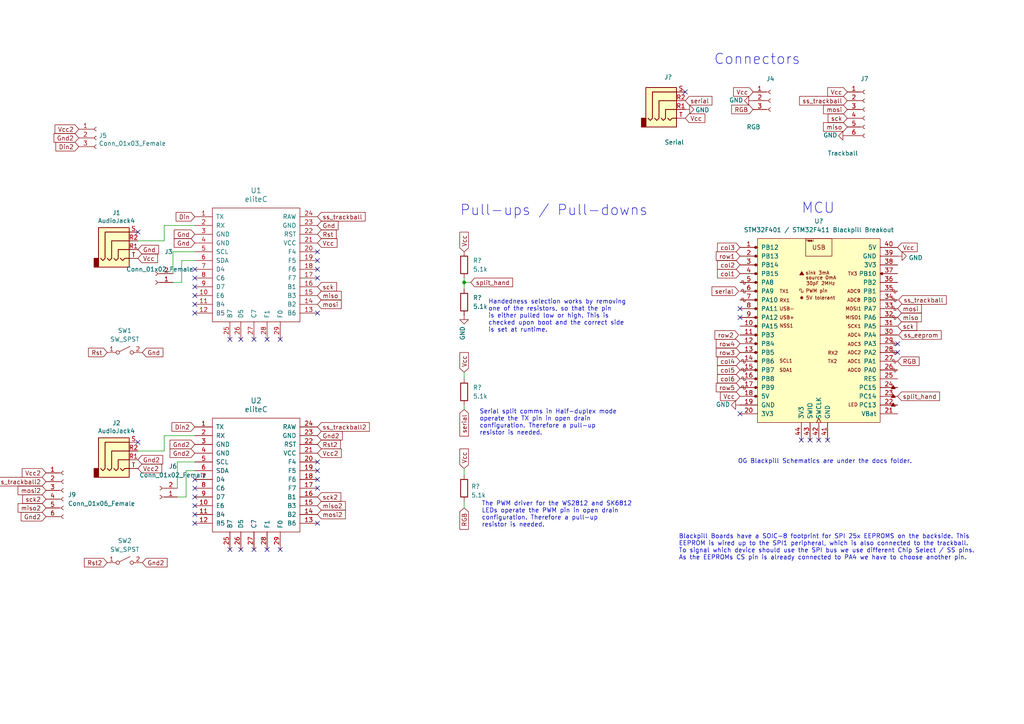
<source format=kicad_sch>
(kicad_sch (version 20210621) (generator eeschema)
  (paper "A4")
  (lib_symbols
    (symbol "Connector:AudioJack4"
      (property "Reference" "J" (at 0 8.89 0))
      (property "Value" "AudioJack4" (at 0 6.35 0))
      (symbol "AudioJack4_0_1"
        (rectangle (start -6.35 -5.08) (end -7.62 -7.62) (stroke (width 0.254)) (fill (type outline)))
        (polyline (pts (xy 0 -5.08) (xy 0.635 -5.715) (xy 1.27 -5.08) (xy 2.54 -5.08)) (stroke (width 0.254)))
        (polyline (pts (xy -5.715 -5.08) (xy -5.08 -5.715) (xy -4.445 -5.08) (xy -4.445 2.54) (xy 2.54 2.54)) (stroke (width 0.254)))
        (polyline (pts (xy -1.905 -5.08) (xy -1.27 -5.715) (xy -0.635 -5.08) (xy -0.635 -2.54) (xy 2.54 -2.54)) (stroke (width 0.254)))
        (polyline (pts (xy 2.54 0) (xy -2.54 0) (xy -2.54 -5.08) (xy -3.175 -5.715) (xy -3.81 -5.08)) (stroke (width 0.254)))
        (rectangle (start 2.54 3.81) (end -6.35 -7.62) (stroke (width 0.254)) (fill (type background)))
      )
      (symbol "AudioJack4_1_1"
        (pin passive line (at 5.08 -2.54 180) (length 2.54) (name "~") (number "R1"))
        (pin passive line (at 5.08 0 180) (length 2.54) (name "~") (number "R2"))
        (pin passive line (at 5.08 2.54 180) (length 2.54) (name "~") (number "S"))
        (pin passive line (at 5.08 -5.08 180) (length 2.54) (name "~") (number "T"))
      )
    )
    (symbol "Connector:Conn_01x02_Female" (pin_names (offset 1.016) hide)
      (property "Reference" "J" (at 0 2.54 0))
      (property "Value" "Conn_01x02_Female" (at 0 -5.08 0))
      (symbol "Conn_01x02_Female_1_1"
        (arc (start 0 -2.032) (mid -0.508 -2.54) (end 0 -3.048) (stroke (width 0.1524)))
        (polyline (pts (xy -1.27 -2.54) (xy -0.508 -2.54)) (stroke (width 0.1524)))
        (polyline (pts (xy -1.27 0) (xy -0.508 0)) (stroke (width 0.1524)))
        (arc (start 0 0.508) (mid -0.508 0) (end 0 -0.508) (stroke (width 0.1524)))
        (pin passive line (at -5.08 0 0) (length 3.81) (name "Pin_1") (number "1"))
        (pin passive line (at -5.08 -2.54 0) (length 3.81) (name "Pin_2") (number "2"))
      )
    )
    (symbol "Connector:Conn_01x03_Female" (pin_names (offset 1.016) hide)
      (property "Reference" "J" (at 0 5.08 0))
      (property "Value" "Conn_01x03_Female" (at 0 -5.08 0))
      (symbol "Conn_01x03_Female_1_1"
        (arc (start 0 -2.032) (mid -0.508 -2.54) (end 0 -3.048) (stroke (width 0.1524)))
        (polyline (pts (xy -1.27 -2.54) (xy -0.508 -2.54)) (stroke (width 0.1524)))
        (polyline (pts (xy -1.27 0) (xy -0.508 0)) (stroke (width 0.1524)))
        (polyline (pts (xy -1.27 2.54) (xy -0.508 2.54)) (stroke (width 0.1524)))
        (arc (start 0 0.508) (mid -0.508 0) (end 0 -0.508) (stroke (width 0.1524)))
        (arc (start 0 3.048) (mid -0.508 2.54) (end 0 2.032) (stroke (width 0.1524)))
        (pin passive line (at -5.08 2.54 0) (length 3.81) (name "Pin_1") (number "1"))
        (pin passive line (at -5.08 0 0) (length 3.81) (name "Pin_2") (number "2"))
        (pin passive line (at -5.08 -2.54 0) (length 3.81) (name "Pin_3") (number "3"))
      )
    )
    (symbol "Connector:Conn_01x06_Female" (pin_names (offset 1.016) hide)
      (property "Reference" "J" (at 0 7.62 0))
      (property "Value" "Conn_01x06_Female" (at 0 -10.16 0))
      (symbol "Conn_01x06_Female_1_1"
        (arc (start 0 -7.112) (mid -0.508 -7.62) (end 0 -8.128) (stroke (width 0.1524)))
        (arc (start 0 -4.572) (mid -0.508 -5.08) (end 0 -5.588) (stroke (width 0.1524)))
        (arc (start 0 -2.032) (mid -0.508 -2.54) (end 0 -3.048) (stroke (width 0.1524)))
        (polyline (pts (xy -1.27 -7.62) (xy -0.508 -7.62)) (stroke (width 0.1524)))
        (polyline (pts (xy -1.27 -5.08) (xy -0.508 -5.08)) (stroke (width 0.1524)))
        (polyline (pts (xy -1.27 -2.54) (xy -0.508 -2.54)) (stroke (width 0.1524)))
        (polyline (pts (xy -1.27 0) (xy -0.508 0)) (stroke (width 0.1524)))
        (polyline (pts (xy -1.27 2.54) (xy -0.508 2.54)) (stroke (width 0.1524)))
        (polyline (pts (xy -1.27 5.08) (xy -0.508 5.08)) (stroke (width 0.1524)))
        (arc (start 0 0.508) (mid -0.508 0) (end 0 -0.508) (stroke (width 0.1524)))
        (arc (start 0 3.048) (mid -0.508 2.54) (end 0 2.032) (stroke (width 0.1524)))
        (arc (start 0 5.588) (mid -0.508 5.08) (end 0 4.572) (stroke (width 0.1524)))
        (pin passive line (at -5.08 5.08 0) (length 3.81) (name "Pin_1") (number "1"))
        (pin passive line (at -5.08 2.54 0) (length 3.81) (name "Pin_2") (number "2"))
        (pin passive line (at -5.08 0 0) (length 3.81) (name "Pin_3") (number "3"))
        (pin passive line (at -5.08 -2.54 0) (length 3.81) (name "Pin_4") (number "4"))
        (pin passive line (at -5.08 -5.08 0) (length 3.81) (name "Pin_5") (number "5"))
        (pin passive line (at -5.08 -7.62 0) (length 3.81) (name "Pin_6") (number "6"))
      )
    )
    (symbol "Device:R" (pin_numbers hide) (pin_names (offset 0))
      (property "Reference" "R" (at 2.032 0 90))
      (property "Value" "R" (at 0 0 90))
      (symbol "R_0_1"
        (rectangle (start -1.016 -2.54) (end 1.016 2.54) (stroke (width 0.254)))
      )
      (symbol "R_1_1"
        (pin passive line (at 0 3.81 270) (length 1.27) (name "~") (number "1"))
        (pin passive line (at 0 -3.81 90) (length 1.27) (name "~") (number "2"))
      )
    )
    (symbol "Switch:SW_SPST" (pin_names (offset 0) hide)
      (property "Reference" "SW" (at 0 3.175 0))
      (property "Value" "SW_SPST" (at 0 -2.54 0))
      (symbol "SW_SPST_0_0"
        (circle (center -2.032 0) (radius 0.508))
        (polyline (pts (xy -1.524 0.254) (xy 1.524 1.778)))
        (circle (center 2.032 0) (radius 0.508))
      )
      (symbol "SW_SPST_1_1"
        (pin passive line (at -5.08 0 0) (length 2.54) (name "A") (number "1"))
        (pin passive line (at 5.08 0 180) (length 2.54) (name "B") (number "2"))
      )
    )
    (symbol "YAAJ_WeAct_BlackPill_Part_Like_SWD_Breakout:YAAJ_WeAct_BlackPill_Part_Like_SWD_Breakout" (pin_names (offset 1.016))
      (property "Reference" "U" (at -17.526 27.94 0))
      (property "Value" "YAAJ_WeAct_BlackPill_Part_Like_SWD_Breakout" (at 9.144 27.94 0))
      (symbol "YAAJ_WeAct_BlackPill_Part_Like_SWD_Breakout_0_0"
        (circle (center -18.288 -20.32) (radius 0.3556) (fill (type outline)))
        (circle (center -18.288 -17.78) (radius 0.3556) (fill (type outline)))
        (circle (center -18.288 -15.24) (radius 0.3556) (fill (type outline)))
        (circle (center -18.288 -12.7) (radius 0.3556) (fill (type outline)))
        (circle (center -18.288 -10.16) (radius 0.3556) (fill (type outline)))
        (circle (center -18.288 -7.62) (radius 0.3556) (fill (type outline)))
        (circle (center -18.288 -5.08) (radius 0.3556) (fill (type outline)))
        (circle (center -18.288 -2.54) (radius 0.3556) (fill (type outline)))
        (circle (center -18.288 0) (radius 0.3556) (fill (type outline)))
        (circle (center -18.288 2.54) (radius 0.3556) (fill (type outline)))
        (circle (center -18.288 5.08) (radius 0.3556) (fill (type outline)))
        (circle (center -18.288 7.62) (radius 0.3556) (fill (type outline)))
        (circle (center -18.288 10.16) (radius 0.3556) (fill (type outline)))
        (circle (center -18.288 12.7) (radius 0.3556) (fill (type outline)))
        (circle (center -18.288 15.24) (radius 0.3556) (fill (type outline)))
        (circle (center -18.288 17.78) (radius 0.3556) (fill (type outline)))
        (circle (center -18.288 22.86) (radius 0.3556) (fill (type outline)))
        (circle (center -4.953 8.255) (radius 0.127) (fill (type outline)))
        (circle (center -4.953 8.255) (radius 0.254))
        (circle (center -4.953 8.255) (radius 0.3556))
        (polyline (pts (xy -5.588 14.859) (xy -4.953 15.875) (xy -4.318 14.859) (xy -5.588 14.859) (xy -4.953 15.748) (xy -4.445 14.859) (xy -5.461 14.986) (xy -4.953 15.621) (xy -4.572 14.859) (xy -5.334 15.113) (xy -4.826 15.494) (xy -4.699 14.859) (xy -5.207 15.24) (xy -4.699 15.367) (xy -4.826 14.986) (xy -5.08 15.24) (xy -4.826 15.113) (xy -4.953 15.367)))
        (polyline (pts (xy 20.955 -23.241) (xy 21.59 -22.225) (xy 22.225 -23.241) (xy 20.955 -23.241) (xy 21.59 -22.352) (xy 22.098 -23.241) (xy 21.082 -23.114) (xy 21.59 -22.479) (xy 21.971 -23.241) (xy 21.209 -22.987) (xy 21.717 -22.606) (xy 21.844 -23.241) (xy 21.336 -22.86) (xy 21.844 -22.733) (xy 21.717 -23.114) (xy 21.463 -22.86) (xy 21.717 -22.987) (xy 21.59 -22.733)))
        (polyline (pts (xy 20.955 -20.701) (xy 21.59 -19.685) (xy 22.225 -20.701) (xy 20.955 -20.701) (xy 21.59 -19.812) (xy 22.098 -20.701) (xy 21.082 -20.574) (xy 21.59 -19.939) (xy 21.971 -20.701) (xy 21.209 -20.447) (xy 21.717 -20.066) (xy 21.844 -20.701) (xy 21.336 -20.32) (xy 21.844 -20.193) (xy 21.717 -20.574) (xy 21.463 -20.32) (xy 21.717 -20.447) (xy 21.59 -20.193)))
        (polyline (pts (xy 20.955 -18.161) (xy 21.59 -17.145) (xy 22.225 -18.161) (xy 20.955 -18.161) (xy 21.59 -17.272) (xy 22.098 -18.161) (xy 21.082 -18.034) (xy 21.59 -17.399) (xy 21.971 -18.161) (xy 21.209 -17.907) (xy 21.717 -17.526) (xy 21.844 -18.161) (xy 21.336 -17.78) (xy 21.844 -17.653) (xy 21.717 -18.034) (xy 21.463 -17.78) (xy 21.717 -17.907) (xy 21.59 -17.653)))
        (circle (center 18.288 15.24) (radius 0.254) (fill (type outline)))
        (circle (center 18.288 15.24) (radius 0.3556))
        (text "30pF 2MHz" (at 0.508 12.446 0) (effects (font (size 0.9906 0.9906))))
        (text "5V tolerant" (at 0.508 8.255 0) (effects (font (size 0.9906 0.9906))))
        (text "ADC0" (at 10.287 -12.7 0) (effects (font (size 0.9906 0.9906))))
        (text "ADC1" (at 10.287 -10.16 0) (effects (font (size 0.9906 0.9906))))
        (text "ADC2" (at 10.287 -7.62 0) (effects (font (size 0.9906 0.9906))))
        (text "ADC3" (at 10.287 -5.207 0) (effects (font (size 0.9906 0.9906))))
        (text "ADC4" (at 10.287 -2.54 0) (effects (font (size 0.9906 0.9906))))
        (text "ADC8" (at 10.16 7.62 0) (effects (font (size 0.9906 0.9906))))
        (text "ADC9" (at 10.16 10.16 0) (effects (font (size 0.9906 0.9906))))
        (text "LED" (at 9.906 -22.733 0) (effects (font (size 0.9906 0.9906))))
        (text "MISO1" (at 10.033 2.54 0) (effects (font (size 0.9906 0.9906))))
        (text "MOSI1" (at 10.033 5.08 0) (effects (font (size 0.9906 0.9906))))
        (text "NSS1" (at -9.398 0.127 0) (effects (font (size 0.9906 0.9906))))
        (text "PWM pin" (at -0.635 10.287 0) (effects (font (size 0.9906 0.9906))))
        (text "RX1" (at -9.906 7.493 0) (effects (font (size 0.9906 0.9906))))
        (text "RX2" (at 4.064 -7.747 0) (effects (font (size 0.9906 0.9906))))
        (text "SCK1" (at 10.287 0 0) (effects (font (size 0.9906 0.9906))))
        (text "SCL1" (at -9.525 -10.033 0) (effects (font (size 0.9906 0.9906))))
        (text "SDA1" (at -9.525 -12.7 0) (effects (font (size 0.9906 0.9906))))
        (text "sink 3mA" (at -0.381 15.494 0) (effects (font (size 0.9906 0.9906))))
        (text "source 0mA" (at 0.635 14.097 0) (effects (font (size 0.9906 0.9906))))
        (text "TX1" (at -10.033 10.16 0) (effects (font (size 0.9906 0.9906))))
        (text "TX2" (at 3.937 -10.16 0) (effects (font (size 0.9906 0.9906))))
        (text "TX3" (at 9.779 15.24 0) (effects (font (size 0.9906 0.9906))))
        (text "USB" (at 0 22.86 0) (effects (font (size 1.27 1.27))))
        (text "USB+" (at -9.271 2.54 0) (effects (font (size 0.9906 0.9906))))
        (text "USB-" (at -9.271 5.08 0) (effects (font (size 0.9906 0.9906))))
        (text "Y@@J" (at -2.5654 24.8412 0) (effects (font (size 0.508 0.508))))
      )
      (symbol "YAAJ_WeAct_BlackPill_Part_Like_SWD_Breakout_0_1"
        (rectangle (start -17.78 25.4) (end 17.78 -27.94) (fill (type background)))
        (polyline (pts (xy -21.336 -17.78) (xy -21.336 -18.288) (xy -21.844 -18.288) (xy -21.844 -17.272) (xy -22.352 -17.272) (xy -22.352 -17.78)))
        (polyline (pts (xy -21.336 -15.24) (xy -21.336 -15.748) (xy -21.844 -15.748) (xy -21.844 -14.732) (xy -22.352 -14.732) (xy -22.352 -15.24)))
        (polyline (pts (xy -21.336 -12.7) (xy -21.336 -13.208) (xy -21.844 -13.208) (xy -21.844 -12.192) (xy -22.352 -12.192) (xy -22.352 -12.7)))
        (polyline (pts (xy -21.336 -10.16) (xy -21.336 -10.668) (xy -21.844 -10.668) (xy -21.844 -9.652) (xy -22.352 -9.652) (xy -22.352 -10.16)))
        (polyline (pts (xy -21.336 7.62) (xy -21.336 7.112) (xy -21.844 7.112) (xy -21.844 8.128) (xy -22.352 8.128) (xy -22.352 7.62)))
        (polyline (pts (xy -21.336 10.16) (xy -21.336 9.652) (xy -21.844 9.652) (xy -21.844 10.668) (xy -22.352 10.668) (xy -22.352 10.16)))
        (polyline (pts (xy -21.336 12.7) (xy -21.336 12.192) (xy -21.844 12.192) (xy -21.844 13.208) (xy -22.352 13.208) (xy -22.352 12.7)))
        (polyline (pts (xy -4.572 10.287) (xy -4.572 9.779) (xy -5.08 9.779) (xy -5.08 10.795) (xy -5.588 10.795) (xy -5.588 10.287)))
        (polyline (pts (xy 22.352 -12.7) (xy 22.352 -13.208) (xy 21.844 -13.208) (xy 21.844 -12.192) (xy 21.336 -12.192) (xy 21.336 -12.7)))
        (polyline (pts (xy 22.352 -10.16) (xy 22.352 -10.668) (xy 21.844 -10.668) (xy 21.844 -9.652) (xy 21.336 -9.652) (xy 21.336 -10.16)))
        (polyline (pts (xy 22.352 -7.62) (xy 22.352 -8.128) (xy 21.844 -8.128) (xy 21.844 -7.112) (xy 21.336 -7.112) (xy 21.336 -7.62)))
        (polyline (pts (xy 22.352 -5.08) (xy 22.352 -5.588) (xy 21.844 -5.588) (xy 21.844 -4.572) (xy 21.336 -4.572) (xy 21.336 -5.08)))
        (polyline (pts (xy 22.352 2.54) (xy 22.352 2.032) (xy 21.844 2.032) (xy 21.844 3.048) (xy 21.336 3.048) (xy 21.336 2.54)))
        (polyline (pts (xy 22.352 5.08) (xy 22.352 4.572) (xy 21.844 4.572) (xy 21.844 5.588) (xy 21.336 5.588) (xy 21.336 5.08)))
        (polyline (pts (xy 22.352 7.62) (xy 22.352 7.112) (xy 21.844 7.112) (xy 21.844 8.128) (xy 21.336 8.128) (xy 21.336 7.62)))
        (polyline (pts (xy 22.352 10.16) (xy 22.352 9.652) (xy 21.844 9.652) (xy 21.844 10.668) (xy 21.336 10.668) (xy 21.336 10.16)))
        (rectangle (start 3.81 25.4) (end -3.81 20.32))
      )
      (symbol "YAAJ_WeAct_BlackPill_Part_Like_SWD_Breakout_1_1"
        (circle (center -18.288 20.32) (radius 0.3556) (fill (type outline)))
        (pin bidirectional line (at -22.86 22.86 0) (length 5.08) (name "PB12") (number "1"))
        (pin bidirectional line (at -22.86 0 0) (length 5.08) (name "PA15") (number "10"))
        (pin bidirectional line (at -22.86 -2.54 0) (length 5.08) (name "PB3") (number "11"))
        (pin bidirectional line (at -22.86 -5.08 0) (length 5.08) (name "PB4") (number "12"))
        (pin bidirectional line (at -22.86 -7.62 0) (length 5.08) (name "PB5") (number "13"))
        (pin bidirectional line (at -22.86 -10.16 0) (length 5.08) (name "PB6") (number "14"))
        (pin bidirectional line (at -22.86 -12.7 0) (length 5.08) (name "PB7") (number "15"))
        (pin bidirectional line (at -22.86 -15.24 0) (length 5.08) (name "PB8") (number "16"))
        (pin bidirectional line (at -22.86 -17.78 0) (length 5.08) (name "PB9") (number "17"))
        (pin power_in line (at -22.86 -20.32 0) (length 5.08) (name "5V") (number "18"))
        (pin power_in line (at -22.86 -22.86 0) (length 5.08) (name "GND") (number "19"))
        (pin bidirectional line (at -22.86 20.32 0) (length 5.08) (name "PB13") (number "2"))
        (pin power_in line (at -22.86 -25.4 0) (length 5.08) (name "3V3") (number "20"))
        (pin power_in line (at 22.86 -25.4 180) (length 5.08) (name "VBat") (number "21"))
        (pin bidirectional line (at 22.86 -22.86 180) (length 5.08) (name "PC13") (number "22"))
        (pin bidirectional line (at 22.86 -20.32 180) (length 5.08) (name "PC14") (number "23"))
        (pin bidirectional line (at 22.86 -17.78 180) (length 5.08) (name "PC15") (number "24"))
        (pin input line (at 22.86 -15.24 180) (length 5.08) (name "RES") (number "25"))
        (pin bidirectional line (at 22.86 -12.7 180) (length 5.08) (name "PA0") (number "26"))
        (pin bidirectional line (at 22.86 -10.16 180) (length 5.08) (name "PA1") (number "27"))
        (pin bidirectional line (at 22.86 -7.62 180) (length 5.08) (name "PA2") (number "28"))
        (pin bidirectional line (at 22.86 -5.08 180) (length 5.08) (name "PA3") (number "29"))
        (pin bidirectional line (at -22.86 17.78 0) (length 5.08) (name "PB14") (number "3"))
        (pin bidirectional line (at 22.86 -2.54 180) (length 5.08) (name "PA4") (number "30"))
        (pin bidirectional line (at 22.86 0 180) (length 5.08) (name "PA5") (number "31"))
        (pin bidirectional line (at 22.86 2.54 180) (length 5.08) (name "PA6") (number "32"))
        (pin bidirectional line (at 22.86 5.08 180) (length 5.08) (name "PA7") (number "33"))
        (pin bidirectional line (at 22.86 7.62 180) (length 5.08) (name "PB0") (number "34"))
        (pin bidirectional line (at 22.86 10.16 180) (length 5.08) (name "PB1") (number "35"))
        (pin bidirectional line (at 22.86 12.7 180) (length 5.08) (name "PB2") (number "36"))
        (pin bidirectional line (at 22.86 15.24 180) (length 5.08) (name "PB10") (number "37"))
        (pin power_in line (at 22.86 17.78 180) (length 5.08) (name "3V3") (number "38"))
        (pin power_in line (at 22.86 20.32 180) (length 5.08) (name "GND") (number "39"))
        (pin bidirectional line (at -22.86 15.24 0) (length 5.08) (name "PB15") (number "4"))
        (pin power_in line (at 22.86 22.86 180) (length 5.08) (name "5V") (number "40"))
        (pin power_in line (at 2.54 -33.02 90) (length 5.08) (name "GND") (number "41"))
        (pin bidirectional clock (at 0 -33.02 90) (length 5.08) (name "SWCLK") (number "42"))
        (pin bidirectional line (at -2.54 -33.02 90) (length 5.08) (name "SWIO") (number "43"))
        (pin power_in line (at -5.08 -33.02 90) (length 5.08) (name "3V3") (number "44"))
        (pin bidirectional line (at -22.86 12.7 0) (length 5.08) (name "PA8") (number "5"))
        (pin bidirectional line (at -22.86 10.16 0) (length 5.08) (name "PA9") (number "6"))
        (pin bidirectional line (at -22.86 7.62 0) (length 5.08) (name "PA10") (number "7"))
        (pin bidirectional line (at -22.86 5.08 0) (length 5.08) (name "PA11") (number "8"))
        (pin bidirectional line (at -22.86 2.54 0) (length 5.08) (name "PA12") (number "9"))
      )
    )
    (symbol "elite-C:eliteC" (pin_names (offset 1.016))
      (property "Reference" "U" (at 0 24.13 0))
      (property "Value" "eliteC" (at 0 -13.97 0))
      (symbol "eliteC_0_1"
        (rectangle (start -12.7 21.59) (end 12.7 -11.43))
      )
      (symbol "eliteC_1_1"
        (pin bidirectional line (at -17.78 19.05 0) (length 5.08) (name "TX") (number "1"))
        (pin bidirectional line (at -17.78 -3.81 0) (length 5.08) (name "E6") (number "10"))
        (pin bidirectional line (at -17.78 -6.35 0) (length 5.08) (name "B4") (number "11"))
        (pin bidirectional line (at -17.78 -8.89 0) (length 5.08) (name "B5") (number "12"))
        (pin bidirectional line (at 17.78 -8.89 180) (length 5.08) (name "B6") (number "13"))
        (pin bidirectional line (at 17.78 -6.35 180) (length 5.08) (name "B2") (number "14"))
        (pin bidirectional line (at 17.78 -3.81 180) (length 5.08) (name "B3") (number "15"))
        (pin bidirectional line (at 17.78 -1.27 180) (length 5.08) (name "B1") (number "16"))
        (pin bidirectional line (at 17.78 1.27 180) (length 5.08) (name "F7") (number "17"))
        (pin bidirectional line (at 17.78 3.81 180) (length 5.08) (name "F6") (number "18"))
        (pin bidirectional line (at 17.78 6.35 180) (length 5.08) (name "F5") (number "19"))
        (pin bidirectional line (at -17.78 16.51 0) (length 5.08) (name "RX") (number "2"))
        (pin bidirectional line (at 17.78 8.89 180) (length 5.08) (name "F4") (number "20"))
        (pin power_in line (at 17.78 11.43 180) (length 5.08) (name "VCC") (number "21"))
        (pin input line (at 17.78 13.97 180) (length 5.08) (name "RST") (number "22"))
        (pin power_in line (at 17.78 16.51 180) (length 5.08) (name "GND") (number "23"))
        (pin power_out line (at 17.78 19.05 180) (length 5.08) (name "RAW") (number "24"))
        (pin bidirectional line (at -7.62 -16.51 90) (length 5.08) (name "B7") (number "25"))
        (pin bidirectional line (at -4.445 -16.51 90) (length 5.08) (name "D5") (number "26"))
        (pin bidirectional line (at -0.635 -16.51 90) (length 5.08) (name "C7") (number "27"))
        (pin bidirectional line (at 3.175 -16.51 90) (length 5.08) (name "F1") (number "28"))
        (pin bidirectional line (at 6.985 -16.51 90) (length 5.08) (name "F0") (number "29"))
        (pin power_in line (at -17.78 13.97 0) (length 5.08) (name "GND") (number "3"))
        (pin power_in line (at -17.78 11.43 0) (length 5.08) (name "GND") (number "4"))
        (pin bidirectional line (at -17.78 8.89 0) (length 5.08) (name "SCL") (number "5"))
        (pin bidirectional line (at -17.78 6.35 0) (length 5.08) (name "SDA") (number "6"))
        (pin bidirectional line (at -17.78 3.81 0) (length 5.08) (name "D4") (number "7"))
        (pin bidirectional line (at -17.78 1.27 0) (length 5.08) (name "C6") (number "8"))
        (pin bidirectional line (at -17.78 -1.27 0) (length 5.08) (name "D7") (number "9"))
      )
    )
    (symbol "power:GND" (power) (pin_names (offset 0))
      (property "Value" "GND" (at 0 -3.81 0))
      (symbol "GND_0_1"
        (polyline (pts (xy 0 0) (xy 0 -1.27) (xy 1.27 -1.27) (xy 0 -2.54) (xy -1.27 -1.27) (xy 0 -1.27)))
      )
      (symbol "GND_1_1"
        (pin power_in line (at 0 0 270) (length 0) hide (name "GND") (number "1"))
      )
    )
  )
  (junction (at 134.62 81.915))
  (no_connect (at 40.005 67.31))
  (no_connect (at 40.005 128.27))
  (no_connect (at 56.515 78.105))
  (no_connect (at 56.515 80.645))
  (no_connect (at 56.515 83.185))
  (no_connect (at 56.515 85.725))
  (no_connect (at 56.515 88.265))
  (no_connect (at 56.515 90.805))
  (no_connect (at 56.515 139.065))
  (no_connect (at 56.515 141.605))
  (no_connect (at 56.515 144.145))
  (no_connect (at 56.515 146.685))
  (no_connect (at 56.515 149.225))
  (no_connect (at 56.515 151.765))
  (no_connect (at 66.675 98.425))
  (no_connect (at 66.675 159.385))
  (no_connect (at 69.85 98.425))
  (no_connect (at 69.85 159.385))
  (no_connect (at 73.66 98.425))
  (no_connect (at 73.66 159.385))
  (no_connect (at 77.47 98.425))
  (no_connect (at 77.47 159.385))
  (no_connect (at 81.28 98.425))
  (no_connect (at 81.28 159.385))
  (no_connect (at 92.075 73.025))
  (no_connect (at 92.075 75.565))
  (no_connect (at 92.075 78.105))
  (no_connect (at 92.075 80.645))
  (no_connect (at 92.075 90.805))
  (no_connect (at 92.075 133.985))
  (no_connect (at 92.075 136.525))
  (no_connect (at 92.075 139.065))
  (no_connect (at 92.075 141.605))
  (no_connect (at 92.075 151.765))
  (no_connect (at 198.755 26.67))
  (no_connect (at 214.63 89.535))
  (no_connect (at 214.63 92.075))
  (no_connect (at 214.63 120.015))
  (no_connect (at 232.41 127.635))
  (no_connect (at 234.95 127.635))
  (no_connect (at 237.49 127.635))
  (no_connect (at 240.03 127.635))
  (no_connect (at 260.35 99.695))
  (no_connect (at 260.35 102.235))
  (wire (pts (xy 47.625 65.405) (xy 56.515 65.405)))
  (wire (pts (xy 47.625 69.85) (xy 40.005 69.85)))
  (wire (pts (xy 47.625 69.85) (xy 47.625 65.405)))
  (wire (pts (xy 47.625 126.365) (xy 47.625 130.81)))
  (wire (pts (xy 47.625 130.81) (xy 40.005 130.81)))
  (wire (pts (xy 50.165 73.025) (xy 50.165 79.375)))
  (wire (pts (xy 50.165 81.915) (xy 52.705 81.915)))
  (wire (pts (xy 51.435 133.985) (xy 51.435 141.605)))
  (wire (pts (xy 51.435 144.145) (xy 53.975 144.145)))
  (wire (pts (xy 52.705 75.565) (xy 56.515 75.565)))
  (wire (pts (xy 52.705 81.915) (xy 52.705 75.565)))
  (wire (pts (xy 53.975 136.525) (xy 56.515 136.525)))
  (wire (pts (xy 53.975 144.145) (xy 53.975 136.525)))
  (wire (pts (xy 56.515 73.025) (xy 50.165 73.025)))
  (wire (pts (xy 56.515 126.365) (xy 47.625 126.365)))
  (wire (pts (xy 56.515 133.985) (xy 51.435 133.985)))
  (wire (pts (xy 134.62 80.645) (xy 134.62 81.915)))
  (wire (pts (xy 134.62 81.915) (xy 134.62 83.82)))
  (wire (pts (xy 134.62 81.915) (xy 136.525 81.915)))
  (wire (pts (xy 134.62 107.95) (xy 134.62 109.855)))
  (wire (pts (xy 134.62 117.475) (xy 134.62 118.745)))
  (wire (pts (xy 134.62 135.89) (xy 134.62 137.795)))
  (wire (pts (xy 134.62 145.415) (xy 134.62 147.32)))
  (text "Pull-ups / Pull-downs" (at 133.35 62.865 0) (effects (font (size 3 3)) (justify left bottom)))
  (text "Serial split comms in Half-duplex mode\noperate the TX pin in open drain \nconfiguration. Therefore a pull-up \nresistor is needed." (at 139.065 126.365 0) (effects (font (size 1.27 1.27)) (justify left bottom)))
  (text "The PWM driver for the WS2812 and SK6812\nLEDs operate the PWM pin in open drain \nconfiguration. Therefore a pull-up \nresistor is needed." (at 139.7 153.035 0) (effects (font (size 1.27 1.27)) (justify left bottom)))
  (text "Handedness selection works by removing\none of the resistors, so that the pin\nis either pulled low or high. This is\nchecked upon boot and the correct side\nis set at runtime." (at 141.605 96.52 0) (effects (font (size 1.27 1.27)) (justify left bottom)))
  (text "Blackpill Boards have a SOIC-8 footprint for SPI 25x EEPROMS on the backside. This\nEEPROM is wired up to the SPI1 peripheral, which is also connected to the trackball.\nTo signal which device should use the SPI bus we use different Chip Select / SS pins.\nAs the EEPROMs CS pin is already connected to PA4 we have to choose another pin." (at 196.85 162.56 0) (effects (font (size 1.27 1.27)) (justify left bottom)))
  (text "Connectors" (at 207.01 19.05 0) (effects (font (size 3 3)) (justify left bottom)))
  (text "OG Blackpill Schematics are under the docs folder." (at 213.995 134.62 0) (effects (font (size 1.27 1.27)) (justify left bottom)))
  (text "MCU" (at 232.41 62.23 0) (effects (font (size 3 3)) (justify left bottom)))
  (global_label "Vcc2" (shape input) (at 13.335 137.16 180) (property "Intersheet References" "${INTERSHEET_REFS}" (effects hide)))
  (global_label "ss_trackball2" (shape input) (at 13.335 139.7 180) (property "Intersheet References" "${INTERSHEET_REFS}" (effects hide)))
  (global_label "mosi2" (shape input) (at 13.335 142.24 180) (property "Intersheet References" "${INTERSHEET_REFS}" (effects hide)))
  (global_label "sck2" (shape input) (at 13.335 144.78 180) (property "Intersheet References" "${INTERSHEET_REFS}" (effects hide)))
  (global_label "miso2" (shape input) (at 13.335 147.32 180) (property "Intersheet References" "${INTERSHEET_REFS}" (effects hide)))
  (global_label "Gnd2" (shape input) (at 13.335 149.86 180) (property "Intersheet References" "${INTERSHEET_REFS}" (effects hide)))
  (global_label "Vcc2" (shape input) (at 22.86 37.465 180) (property "Intersheet References" "${INTERSHEET_REFS}" (effects hide)))
  (global_label "Gnd2" (shape input) (at 22.86 40.005 180) (property "Intersheet References" "${INTERSHEET_REFS}" (effects hide)))
  (global_label "Din2" (shape input) (at 22.86 42.545 180) (property "Intersheet References" "${INTERSHEET_REFS}" (effects hide)))
  (global_label "Rst" (shape input) (at 31.115 102.235 180) (property "Intersheet References" "${INTERSHEET_REFS}" (effects hide)))
  (global_label "Rst2" (shape input) (at 31.115 163.195 180) (property "Intersheet References" "${INTERSHEET_REFS}" (effects hide)))
  (global_label "Gnd" (shape input) (at 40.005 72.39 0) (property "Intersheet References" "${INTERSHEET_REFS}" (effects hide)))
  (global_label "Vcc" (shape input) (at 40.005 74.93 0) (property "Intersheet References" "${INTERSHEET_REFS}" (effects hide)))
  (global_label "Gnd2" (shape input) (at 40.005 133.35 0) (property "Intersheet References" "${INTERSHEET_REFS}" (effects hide)))
  (global_label "Vcc2" (shape input) (at 40.005 135.89 0) (property "Intersheet References" "${INTERSHEET_REFS}" (effects hide)))
  (global_label "Gnd" (shape input) (at 41.275 102.235 0) (property "Intersheet References" "${INTERSHEET_REFS}" (effects hide)))
  (global_label "Gnd2" (shape input) (at 41.275 163.195 0) (property "Intersheet References" "${INTERSHEET_REFS}" (effects hide)))
  (global_label "Din" (shape input) (at 56.515 62.865 180) (property "Intersheet References" "${INTERSHEET_REFS}" (effects hide)))
  (global_label "Gnd" (shape input) (at 56.515 67.945 180) (property "Intersheet References" "${INTERSHEET_REFS}" (effects hide)))
  (global_label "Gnd" (shape input) (at 56.515 70.485 180) (property "Intersheet References" "${INTERSHEET_REFS}" (effects hide)))
  (global_label "Din2" (shape input) (at 56.515 123.825 180) (property "Intersheet References" "${INTERSHEET_REFS}" (effects hide)))
  (global_label "Gnd2" (shape input) (at 56.515 128.905 180) (property "Intersheet References" "${INTERSHEET_REFS}" (effects hide)))
  (global_label "Gnd2" (shape input) (at 56.515 131.445 180) (property "Intersheet References" "${INTERSHEET_REFS}" (effects hide)))
  (global_label "ss_trackball" (shape input) (at 92.075 62.865 0) (property "Intersheet References" "${INTERSHEET_REFS}" (effects hide)))
  (global_label "Gnd" (shape input) (at 92.075 65.405 0) (property "Intersheet References" "${INTERSHEET_REFS}" (effects hide)))
  (global_label "Rst" (shape input) (at 92.075 67.945 0) (property "Intersheet References" "${INTERSHEET_REFS}" (effects hide)))
  (global_label "Vcc" (shape input) (at 92.075 70.485 0) (property "Intersheet References" "${INTERSHEET_REFS}" (effects hide)))
  (global_label "sck" (shape input) (at 92.075 83.185 0) (property "Intersheet References" "${INTERSHEET_REFS}" (effects hide)))
  (global_label "miso" (shape input) (at 92.075 85.725 0) (property "Intersheet References" "${INTERSHEET_REFS}" (effects hide)))
  (global_label "mosi" (shape input) (at 92.075 88.265 0) (property "Intersheet References" "${INTERSHEET_REFS}" (effects hide)))
  (global_label "ss_trackball2" (shape input) (at 92.075 123.825 0) (property "Intersheet References" "${INTERSHEET_REFS}" (effects hide)))
  (global_label "Gnd2" (shape input) (at 92.075 126.365 0) (property "Intersheet References" "${INTERSHEET_REFS}" (effects hide)))
  (global_label "Rst2" (shape input) (at 92.075 128.905 0) (property "Intersheet References" "${INTERSHEET_REFS}" (effects hide)))
  (global_label "Vcc2" (shape input) (at 92.075 131.445 0) (property "Intersheet References" "${INTERSHEET_REFS}" (effects hide)))
  (global_label "sck2" (shape input) (at 92.075 144.145 0) (property "Intersheet References" "${INTERSHEET_REFS}" (effects hide)))
  (global_label "miso2" (shape input) (at 92.075 146.685 0) (property "Intersheet References" "${INTERSHEET_REFS}" (effects hide)))
  (global_label "mosi2" (shape input) (at 92.075 149.225 0) (property "Intersheet References" "${INTERSHEET_REFS}" (effects hide)))
  (global_label "Vcc" (shape input) (at 134.62 73.025 90) (property "Intersheet References" "${INTERSHEET_REFS}" (effects hide)))
  (global_label "Vcc" (shape input) (at 134.62 107.95 90) (property "Intersheet References" "${INTERSHEET_REFS}" (effects hide)))
  (global_label "serial" (shape input) (at 134.62 118.745 270) (property "Intersheet References" "${INTERSHEET_REFS}" (effects hide)))
  (global_label "Vcc" (shape input) (at 134.62 135.89 90) (property "Intersheet References" "${INTERSHEET_REFS}" (effects hide)))
  (global_label "RGB" (shape input) (at 134.62 147.32 270) (property "Intersheet References" "${INTERSHEET_REFS}" (effects hide)))
  (global_label "split_hand" (shape input) (at 136.525 81.915 0) (property "Intersheet References" "${INTERSHEET_REFS}" (effects hide)))
  (global_label "serial" (shape input) (at 198.755 29.21 0) (property "Intersheet References" "${INTERSHEET_REFS}" (effects hide)))
  (global_label "Vcc" (shape input) (at 198.755 34.29 0) (property "Intersheet References" "${INTERSHEET_REFS}" (effects hide)))
  (global_label "serial" (shape input) (at 214.249 84.455 180) (property "Intersheet References" "${INTERSHEET_REFS}" (effects hide)))
  (global_label "row2" (shape input) (at 214.249 97.155 180) (property "Intersheet References" "${INTERSHEET_REFS}" (effects hide)))
  (global_label "col3" (shape input) (at 214.63 71.755 180) (property "Intersheet References" "${INTERSHEET_REFS}" (effects hide)))
  (global_label "row1" (shape input) (at 214.63 74.295 180) (property "Intersheet References" "${INTERSHEET_REFS}" (effects hide)))
  (global_label "col2" (shape input) (at 214.63 76.835 180) (property "Intersheet References" "${INTERSHEET_REFS}" (effects hide)))
  (global_label "col1" (shape input) (at 214.63 79.375 180) (property "Intersheet References" "${INTERSHEET_REFS}" (effects hide)))
  (global_label "row4" (shape input) (at 214.63 99.695 180) (property "Intersheet References" "${INTERSHEET_REFS}" (effects hide)))
  (global_label "row3" (shape input) (at 214.63 102.235 180) (property "Intersheet References" "${INTERSHEET_REFS}" (effects hide)))
  (global_label "col4" (shape input) (at 214.63 104.775 180) (property "Intersheet References" "${INTERSHEET_REFS}" (effects hide)))
  (global_label "col5" (shape input) (at 214.63 107.315 180) (property "Intersheet References" "${INTERSHEET_REFS}" (effects hide)))
  (global_label "col6" (shape input) (at 214.63 109.855 180) (property "Intersheet References" "${INTERSHEET_REFS}" (effects hide)))
  (global_label "row5" (shape input) (at 214.63 112.395 180) (property "Intersheet References" "${INTERSHEET_REFS}" (effects hide)))
  (global_label "Vcc" (shape input) (at 214.63 114.935 180) (property "Intersheet References" "${INTERSHEET_REFS}" (effects hide)))
  (global_label "Vcc" (shape input) (at 218.44 26.67 180) (property "Intersheet References" "${INTERSHEET_REFS}" (effects hide)))
  (global_label "RGB" (shape input) (at 218.44 31.75 180) (property "Intersheet References" "${INTERSHEET_REFS}" (effects hide)))
  (global_label "Vcc" (shape input) (at 245.745 26.67 180) (property "Intersheet References" "${INTERSHEET_REFS}" (effects hide)))
  (global_label "ss_trackball" (shape input) (at 245.745 29.21 180) (property "Intersheet References" "${INTERSHEET_REFS}" (effects hide)))
  (global_label "mosi" (shape input) (at 245.745 31.75 180) (property "Intersheet References" "${INTERSHEET_REFS}" (effects hide)))
  (global_label "sck" (shape input) (at 245.745 34.29 180) (property "Intersheet References" "${INTERSHEET_REFS}" (effects hide)))
  (global_label "miso" (shape input) (at 245.745 36.83 180) (property "Intersheet References" "${INTERSHEET_REFS}" (effects hide)))
  (global_label "Vcc" (shape input) (at 260.35 71.755 0) (property "Intersheet References" "${INTERSHEET_REFS}" (effects hide)))
  (global_label "mosi" (shape input) (at 260.35 89.535 0) (property "Intersheet References" "${INTERSHEET_REFS}" (effects hide)))
  (global_label "miso" (shape input) (at 260.35 92.075 0) (property "Intersheet References" "${INTERSHEET_REFS}" (effects hide)))
  (global_label "sck" (shape input) (at 260.35 94.615 0) (property "Intersheet References" "${INTERSHEET_REFS}" (effects hide)))
  (global_label "RGB" (shape input) (at 260.35 104.775 0) (property "Intersheet References" "${INTERSHEET_REFS}" (effects hide)))
  (global_label "split_hand" (shape input) (at 260.35 114.935 0) (property "Intersheet References" "${INTERSHEET_REFS}" (effects hide)))
  (global_label "ss_trackball" (shape input) (at 260.604 86.995 0) (property "Intersheet References" "${INTERSHEET_REFS}" (effects hide)))
  (global_label "ss_eeprom" (shape input) (at 260.604 97.155 0) (property "Intersheet References" "${INTERSHEET_REFS}" (effects hide)))
  (symbol (lib_id "power:GND") (at 134.62 91.44 0) (unit 1)
    (property "Reference" "#PWR?" (effects hide))
    (property "Value" "GND" (at 134.141 94.615 90) (effects (justify right)))
  )
  (symbol (lib_id "power:GND") (at 198.755 31.75 90) (unit 1)
    (property "Reference" "#PWR?" (effects hide))
    (property "Value" "GND" (at 205.7399 31.906 90) (effects (justify left)))
  )
  (symbol (lib_id "power:GND") (at 214.63 117.475 270) (unit 1)
    (property "Reference" "#PWR?" (effects hide))
    (property "Value" "GND" (at 207.6451 117.319 90) (effects (justify left)))
  )
  (symbol (lib_id "power:GND") (at 218.44 29.21 270) (unit 1)
    (property "Reference" "#PWR?" (effects hide))
    (property "Value" "GND" (at 211.4551 29.054 90) (effects (justify left)))
  )
  (symbol (lib_id "power:GND") (at 245.745 39.37 270) (unit 1)
    (property "Reference" "#PWR?" (effects hide))
    (property "Value" "GND" (at 238.7601 39.214 90) (effects (justify left)))
  )
  (symbol (lib_id "power:GND") (at 260.35 74.295 90) (unit 1)
    (property "Reference" "#PWR?" (effects hide))
    (property "Value" "GND" (at 263.525 74.774 90) (effects (justify right)))
  )
  (symbol (lib_id "Device:R") (at 134.62 76.835 0) (unit 1)
    (property "Reference" "R?" (at 137.16 75.565 0) (effects (justify left)))
    (property "Value" "5.1k" (at 137.16 78.105 0) (effects (justify left)))
  )
  (symbol (lib_id "Device:R") (at 134.62 87.63 0) (unit 1)
    (property "Reference" "R?" (at 137.16 86.36 0) (effects (justify left)))
    (property "Value" "5.1k" (at 137.16 88.9 0) (effects (justify left)))
  )
  (symbol (lib_id "Device:R") (at 134.62 113.665 0) (unit 1)
    (property "Reference" "R?" (at 137.16 112.395 0) (effects (justify left)))
    (property "Value" "5.1k" (at 137.16 114.935 0) (effects (justify left)))
  )
  (symbol (lib_id "Device:R") (at 134.62 141.605 0) (unit 1)
    (property "Reference" "R?" (at 136.652 141.097 0) (effects (justify left)))
    (property "Value" "5.1k" (at 136.652 143.637 0) (effects (justify left)))
  )
  (symbol (lib_id "Connector:Conn_01x02_Female") (at 45.085 81.915 180) (unit 1)
    (property "Reference" "J3" (at 48.895 73.025 0))
    (property "Value" "Conn_01x02_Female" (at 46.355 78.105 0))
    (property "Footprint" "Connector_PinSocket_2.54mm:PinSocket_2x01_P2.54mm_Vertical" (effects hide))
  )
  (symbol (lib_id "Connector:Conn_01x02_Female") (at 46.355 144.145 180) (unit 1)
    (property "Reference" "J6" (at 50.165 135.255 0))
    (property "Value" "Conn_01x02_Female" (at 50.165 137.795 0))
    (property "Footprint" "Connector_PinSocket_2.54mm:PinSocket_2x01_P2.54mm_Vertical" (effects hide))
  )
  (symbol (lib_id "Switch:SW_SPST") (at 36.195 102.235 0) (unit 1)
    (property "Reference" "SW1" (at 36.195 95.885 0))
    (property "Value" "SW_SPST" (at 36.195 98.425 0))
    (property "Footprint" "customs:switch_rst" (effects hide))
  )
  (symbol (lib_id "Switch:SW_SPST") (at 36.195 163.195 0) (unit 1)
    (property "Reference" "SW2" (at 36.195 156.845 0))
    (property "Value" "SW_SPST" (at 36.195 159.385 0))
    (property "Footprint" "customs:switch_rst" (effects hide))
  )
  (symbol (lib_id "Connector:Conn_01x03_Female") (at 27.94 40.005 0) (unit 1)
    (property "Reference" "J5" (at 28.6513 39.3128 0) (effects (justify left)))
    (property "Value" "Conn_01x03_Female" (at 28.6513 41.6115 0) (effects (justify left)))
    (property "Footprint" "Connector_PinSocket_2.54mm:PinSocket_1x03_P2.54mm_Vertical" (effects hide))
  )
  (symbol (lib_id "Connector:Conn_01x03_Female") (at 223.52 29.21 0) (unit 1)
    (property "Reference" "J4" (at 222.25 22.86 0) (effects (justify left)))
    (property "Value" "RGB" (at 216.535 36.83 0) (effects (justify left)))
    (property "Footprint" "Connector_PinSocket_2.54mm:PinSocket_1x03_P2.54mm_Vertical" (effects hide))
  )
  (symbol (lib_id "Connector:Conn_01x06_Female") (at 18.415 142.24 0) (unit 1)
    (property "Reference" "J9" (at 19.685 143.51 0) (effects (justify left)))
    (property "Value" "Conn_01x06_Female" (at 19.685 146.05 0) (effects (justify left)))
    (property "Footprint" "Connector_PinHeader_2.54mm:PinHeader_1x06_P2.54mm_Vertical" (effects hide))
  )
  (symbol (lib_id "Connector:Conn_01x06_Female") (at 250.825 31.75 0) (unit 1)
    (property "Reference" "J7" (at 249.555 22.86 0) (effects (justify left)))
    (property "Value" "Trackball" (at 240.03 44.45 0) (effects (justify left)))
    (property "Footprint" "Connector_PinHeader_2.54mm:PinHeader_1x06_P2.54mm_Vertical" (effects hide))
  )
  (symbol (lib_id "Connector:AudioJack4") (at 34.925 69.85 0) (unit 1)
    (property "Reference" "J1" (at 33.782 61.7282 0))
    (property "Value" "AudioJack4" (at 33.782 64.0269 0))
    (property "Footprint" "Library:Jack_3.5mm_PJ320E_Horizontal" (effects hide))
  )
  (symbol (lib_id "Connector:AudioJack4") (at 34.925 130.81 0) (unit 1)
    (property "Reference" "J2" (at 33.782 122.6882 0))
    (property "Value" "AudioJack4" (at 33.782 124.9869 0))
    (property "Footprint" "Library:Jack_3.5mm_PJ320E_Horizontal" (effects hide))
  )
  (symbol (lib_id "Connector:AudioJack4") (at 193.675 29.21 0) (unit 1)
    (property "Reference" "J?" (at 193.802 22.3582 0))
    (property "Value" "Serial" (at 195.58 41.275 0))
    (property "Footprint" "Library:Jack_3.5mm_PJ320E_Horizontal" (effects hide))
  )
  (symbol (lib_id "elite-C:eliteC") (at 74.295 81.915 0) (unit 1)
    (property "Reference" "U1" (at 74.295 55.245 0) (effects (font (size 1.524 1.524))))
    (property "Value" "eliteC" (at 74.295 57.785 0) (effects (font (size 1.524 1.524))))
    (property "Footprint" "Library:Elite-C-castellated-29pin-holes" (effects hide))
  )
  (symbol (lib_id "elite-C:eliteC") (at 74.295 142.875 0) (unit 1)
    (property "Reference" "U2" (at 74.295 116.205 0) (effects (font (size 1.524 1.524))))
    (property "Value" "eliteC" (at 74.295 118.745 0) (effects (font (size 1.524 1.524))))
    (property "Footprint" "Library:Elite-C-castellated-29pin-holes" (effects hide))
  )
  (symbol (lib_id "YAAJ_WeAct_BlackPill_Part_Like_SWD_Breakout:YAAJ_WeAct_BlackPill_Part_Like_SWD_Breakout") (at 237.49 94.615 0) (unit 1)
    (property "Reference" "U?" (at 237.49 64.135 0))
    (property "Value" "STM32F401 / STM32F411 Blackpill Breakout" (at 237.49 66.675 0))
    (property "Footprint" "Library:YAAJ_WeAct_BlackPill_SWD_2" (effects hide))
  )
)
</source>
